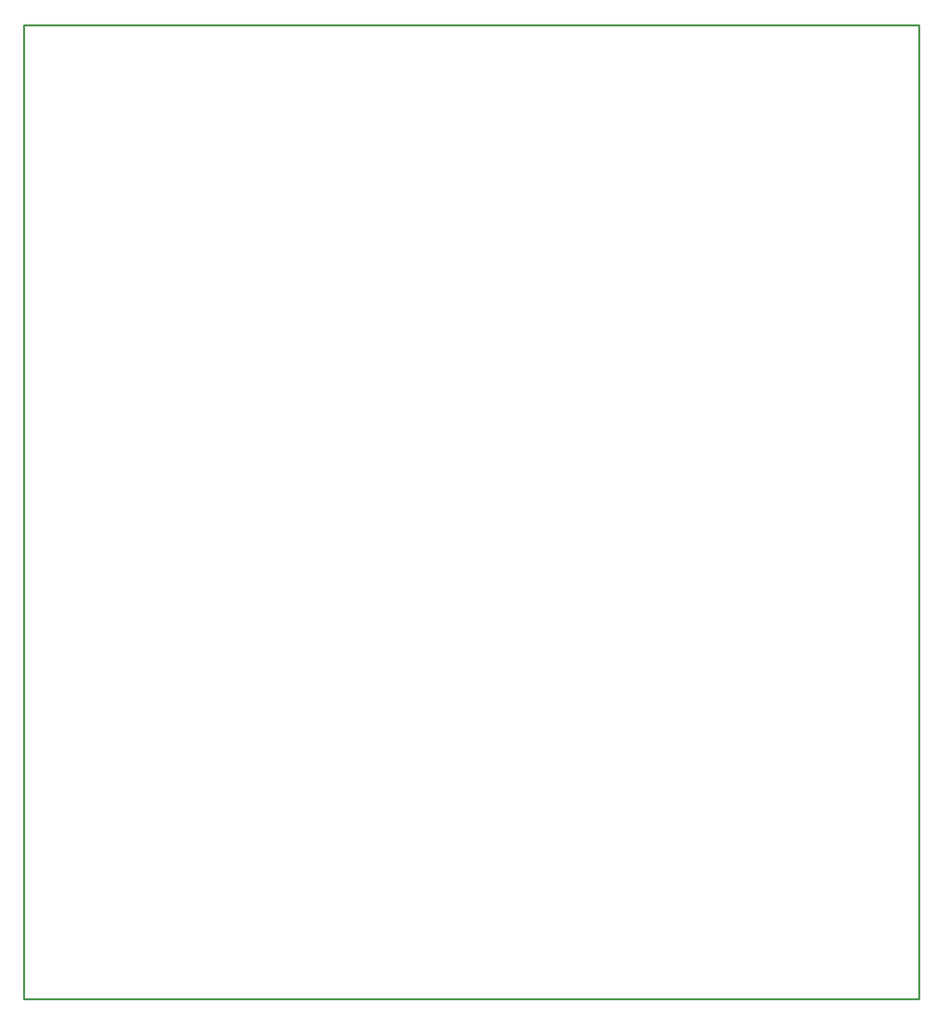
<source format=gbr>
%TF.GenerationSoftware,KiCad,Pcbnew,9.0.5*%
%TF.CreationDate,2025-11-05T22:12:35+05:30*%
%TF.ProjectId,final,66696e61-6c2e-46b6-9963-61645f706362,rev?*%
%TF.SameCoordinates,Original*%
%TF.FileFunction,Profile,NP*%
%FSLAX46Y46*%
G04 Gerber Fmt 4.6, Leading zero omitted, Abs format (unit mm)*
G04 Created by KiCad (PCBNEW 9.0.5) date 2025-11-05 22:12:35*
%MOMM*%
%LPD*%
G01*
G04 APERTURE LIST*
%TA.AperFunction,Profile*%
%ADD10C,0.254000*%
%TD*%
G04 APERTURE END LIST*
D10*
X152304000Y-78216000D02*
X267304000Y-78216000D01*
X267304000Y-203216000D01*
X152304000Y-203216000D01*
X152304000Y-78216000D01*
M02*

</source>
